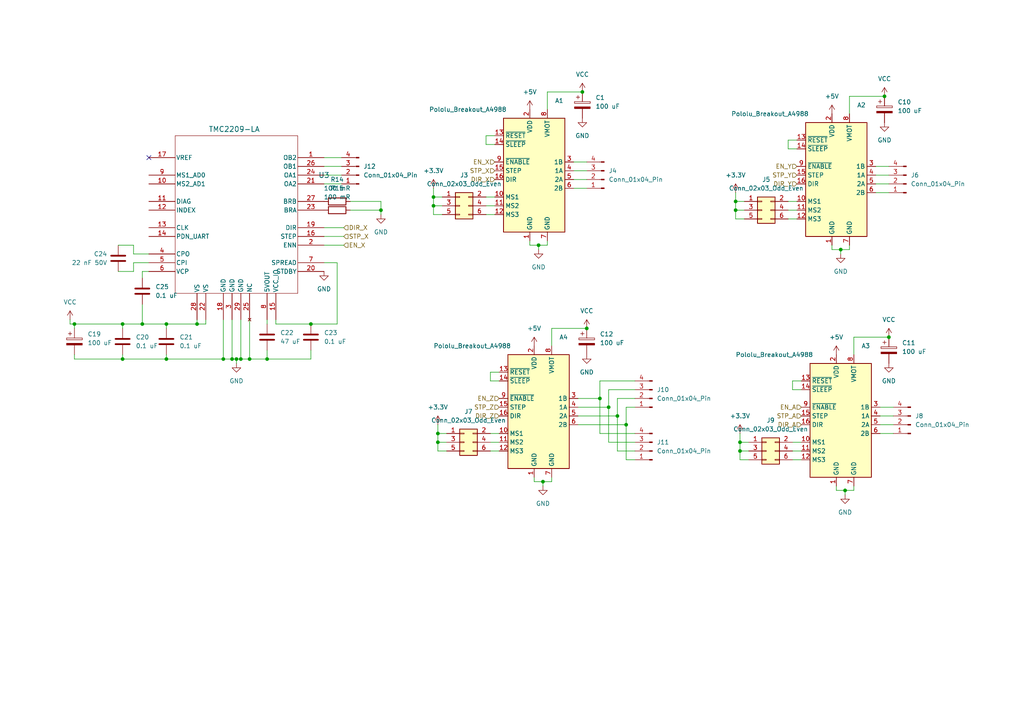
<source format=kicad_sch>
(kicad_sch (version 20230121) (generator eeschema)
  (paper "A4")
  (lib_symbols
    (symbol "Connector:Conn_01x04_Pin" (pin_names (offset 1.016) hide)
      (property "Reference" "J" (at 0 5.08 0))
      (property "Value" "Conn_01x04_Pin" (at 0 -7.62 0))
      (symbol "Conn_01x04_Pin_1_1"
        (polyline (pts (xy 1.27 -5.08) (xy 0.8636 -5.08)) (stroke (width 0.1524)))
        (polyline (pts (xy 1.27 -2.54) (xy 0.8636 -2.54)) (stroke (width 0.1524)))
        (polyline (pts (xy 1.27 0) (xy 0.8636 0)) (stroke (width 0.1524)))
        (polyline (pts (xy 1.27 2.54) (xy 0.8636 2.54)) (stroke (width 0.1524)))
        (rectangle (start 0.8636 -4.953) (end 0 -5.207) (stroke (width 0.1524)) (fill (type outline)))
        (rectangle (start 0.8636 -2.413) (end 0 -2.667) (stroke (width 0.1524)) (fill (type outline)))
        (rectangle (start 0.8636 0.127) (end 0 -0.127) (stroke (width 0.1524)) (fill (type outline)))
        (rectangle (start 0.8636 2.667) (end 0 2.413) (stroke (width 0.1524)) (fill (type outline)))
        (pin passive line (at 5.08 2.54 180) (length 3.81) (name "Pin_1") (number "1"))
        (pin passive line (at 5.08 0 180) (length 3.81) (name "Pin_2") (number "2"))
        (pin passive line (at 5.08 -2.54 180) (length 3.81) (name "Pin_3") (number "3"))
        (pin passive line (at 5.08 -5.08 180) (length 3.81) (name "Pin_4") (number "4"))
      )
    )
    (symbol "Connector_Generic:Conn_02x03_Odd_Even" (pin_names (offset 1.016) hide)
      (property "Reference" "J" (at 1.27 5.08 0))
      (property "Value" "Conn_02x03_Odd_Even" (at 1.27 -5.08 0))
      (symbol "Conn_02x03_Odd_Even_1_1"
        (rectangle (start -1.27 -2.413) (end 0 -2.667) (stroke (width 0.1524)))
        (rectangle (start -1.27 0.127) (end 0 -0.127) (stroke (width 0.1524)))
        (rectangle (start -1.27 2.667) (end 0 2.413) (stroke (width 0.1524)))
        (rectangle (start -1.27 3.81) (end 3.81 -3.81) (stroke (width 0.254)) (fill (type background)))
        (rectangle (start 3.81 -2.413) (end 2.54 -2.667) (stroke (width 0.1524)))
        (rectangle (start 3.81 0.127) (end 2.54 -0.127) (stroke (width 0.1524)))
        (rectangle (start 3.81 2.667) (end 2.54 2.413) (stroke (width 0.1524)))
        (pin passive line (at -5.08 2.54 0) (length 3.81) (name "Pin_1") (number "1"))
        (pin passive line (at 7.62 2.54 180) (length 3.81) (name "Pin_2") (number "2"))
        (pin passive line (at -5.08 0 0) (length 3.81) (name "Pin_3") (number "3"))
        (pin passive line (at 7.62 0 180) (length 3.81) (name "Pin_4") (number "4"))
        (pin passive line (at -5.08 -2.54 0) (length 3.81) (name "Pin_5") (number "5"))
        (pin passive line (at 7.62 -2.54 180) (length 3.81) (name "Pin_6") (number "6"))
      )
    )
    (symbol "Device:C" (pin_numbers hide) (pin_names (offset 0.254))
      (property "Reference" "C" (at 0.635 2.54 0))
      (property "Value" "C" (at 0.635 -2.54 0))
      (symbol "C_0_1"
        (polyline (pts (xy -2.032 -0.762) (xy 2.032 -0.762)) (stroke (width 0.508)))
        (polyline (pts (xy -2.032 0.762) (xy 2.032 0.762)) (stroke (width 0.508)))
      )
      (symbol "C_1_1"
        (pin passive line (at 0 3.81 270) (length 2.794) (name "~") (number "1"))
        (pin passive line (at 0 -3.81 90) (length 2.794) (name "~") (number "2"))
      )
    )
    (symbol "Device:C_Polarized" (pin_numbers hide) (pin_names (offset 0.254))
      (property "Reference" "C" (at 0.635 2.54 0))
      (property "Value" "C_Polarized" (at 0.635 -2.54 0))
      (symbol "C_Polarized_0_1"
        (rectangle (start -2.286 0.508) (end 2.286 1.016))
        (polyline (pts (xy -1.778 2.286) (xy -0.762 2.286)))
        (polyline (pts (xy -1.27 2.794) (xy -1.27 1.778)))
        (rectangle (start 2.286 -0.508) (end -2.286 -1.016) (fill (type outline)))
      )
      (symbol "C_Polarized_1_1"
        (pin passive line (at 0 3.81 270) (length 2.794) (name "~") (number "1"))
        (pin passive line (at 0 -3.81 90) (length 2.794) (name "~") (number "2"))
      )
    )
    (symbol "Device:R" (pin_numbers hide) (pin_names (offset 0))
      (property "Reference" "R" (at 2.032 0 90))
      (property "Value" "R" (at 0 0 90))
      (symbol "R_0_1"
        (rectangle (start -1.016 -2.54) (end 1.016 2.54) (stroke (width 0.254)))
      )
      (symbol "R_1_1"
        (pin passive line (at 0 3.81 270) (length 1.27) (name "~") (number "1"))
        (pin passive line (at 0 -3.81 90) (length 1.27) (name "~") (number "2"))
      )
    )
    (symbol "Driver_Motor:Pololu_Breakout_A4988"
      (property "Reference" "A" (at -2.54 19.05 0))
      (property "Value" "Pololu_Breakout_A4988" (at -2.54 16.51 0))
      (symbol "Pololu_Breakout_A4988_0_1"
        (rectangle (start 10.16 -17.78) (end -7.62 15.24) (stroke (width 0.254)) (fill (type background)))
      )
      (symbol "Pololu_Breakout_A4988_1_1"
        (pin power_in line (at 0 -20.32 90) (length 2.54) (name "GND") (number "1"))
        (pin input line (at -10.16 -7.62 0) (length 2.54) (name "MS1") (number "10"))
        (pin input line (at -10.16 -10.16 0) (length 2.54) (name "MS2") (number "11"))
        (pin input line (at -10.16 -12.7 0) (length 2.54) (name "MS3") (number "12"))
        (pin input line (at -10.16 10.16 0) (length 2.54) (name "~{RESET}") (number "13"))
        (pin input line (at -10.16 7.62 0) (length 2.54) (name "~{SLEEP}") (number "14"))
        (pin input line (at -10.16 0 0) (length 2.54) (name "STEP") (number "15"))
        (pin input line (at -10.16 -2.54 0) (length 2.54) (name "DIR") (number "16"))
        (pin power_in line (at 0 17.78 270) (length 2.54) (name "VDD") (number "2"))
        (pin output line (at 12.7 2.54 180) (length 2.54) (name "1B") (number "3"))
        (pin output line (at 12.7 0 180) (length 2.54) (name "1A") (number "4"))
        (pin output line (at 12.7 -2.54 180) (length 2.54) (name "2A") (number "5"))
        (pin output line (at 12.7 -5.08 180) (length 2.54) (name "2B") (number "6"))
        (pin power_in line (at 5.08 -20.32 90) (length 2.54) (name "GND") (number "7"))
        (pin power_in line (at 5.08 17.78 270) (length 2.54) (name "VMOT") (number "8"))
        (pin input line (at -10.16 2.54 0) (length 2.54) (name "~{ENABLE}") (number "9"))
      )
    )
    (symbol "power:+3.3V" (power) (pin_names (offset 0))
      (property "Value" "+3.3V" (at 0 3.556 0))
      (symbol "+3.3V_0_1"
        (polyline (pts (xy -0.762 1.27) (xy 0 2.54)))
        (polyline (pts (xy 0 0) (xy 0 2.54)))
        (polyline (pts (xy 0 2.54) (xy 0.762 1.27)))
      )
      (symbol "+3.3V_1_1"
        (pin power_in line (at 0 0 90) (length 0) hide (name "+3.3V") (number "1"))
      )
    )
    (symbol "power:+5V" (power) (pin_names (offset 0))
      (property "Value" "+5V" (at 0 3.556 0))
      (symbol "+5V_0_1"
        (polyline (pts (xy -0.762 1.27) (xy 0 2.54)))
        (polyline (pts (xy 0 0) (xy 0 2.54)))
        (polyline (pts (xy 0 2.54) (xy 0.762 1.27)))
      )
      (symbol "+5V_1_1"
        (pin power_in line (at 0 0 90) (length 0) hide (name "+5V") (number "1"))
      )
    )
    (symbol "power:GND" (power) (pin_names (offset 0))
      (property "Value" "GND" (at 0 -3.81 0))
      (symbol "GND_0_1"
        (polyline (pts (xy 0 0) (xy 0 -1.27) (xy 1.27 -1.27) (xy 0 -2.54) (xy -1.27 -1.27) (xy 0 -1.27)))
      )
      (symbol "GND_1_1"
        (pin power_in line (at 0 0 270) (length 0) hide (name "GND") (number "1"))
      )
    )
    (symbol "power:VCC" (power) (pin_names (offset 0))
      (property "Value" "VCC" (at 0 3.81 0))
      (symbol "VCC_0_1"
        (polyline (pts (xy -0.762 1.27) (xy 0 2.54)))
        (polyline (pts (xy 0 0) (xy 0 2.54)))
        (polyline (pts (xy 0 2.54) (xy 0.762 1.27)))
      )
      (symbol "VCC_1_1"
        (pin power_in line (at 0 0 90) (length 0) hide (name "VCC") (number "1"))
      )
    )
    (symbol "rephat-symbols:TMC2209-LA" (pin_names (offset 0.254))
      (property "Reference" "U" (at 0 26.67 0))
      (property "Value" "TMC2209-LA" (at 0 24.13 0))
      (symbol "TMC2209-LA_0_1"
        (polyline (pts (xy -17.78 -24.13) (xy 17.78 -24.13)) (stroke (width 0.127)))
        (polyline (pts (xy -17.78 21.59) (xy -17.78 -24.13)) (stroke (width 0.127)))
        (polyline (pts (xy 17.78 -24.13) (xy 17.78 21.59)) (stroke (width 0.127)))
        (polyline (pts (xy 17.78 21.59) (xy -17.78 21.59)) (stroke (width 0.127)))
        (pin output line (at 25.4 15.24 180) (length 7.62) (name "OB2") (number "1"))
        (pin input line (at -25.4 7.62 0) (length 7.62) (name "MS2_AD1") (number "10"))
        (pin output line (at -25.4 2.54 0) (length 7.62) (name "DIAG") (number "11"))
        (pin output line (at -25.4 0 0) (length 7.62) (name "INDEX") (number "12"))
        (pin input line (at -25.4 -5.08 0) (length 7.62) (name "CLK") (number "13"))
        (pin bidirectional line (at -25.4 -7.62 0) (length 7.62) (name "PDN_UART") (number "14"))
        (pin power_in line (at 11.43 -31.75 90) (length 7.62) (name "VCC_IO") (number "15"))
        (pin input line (at 25.4 -7.62 180) (length 7.62) (name "STEP") (number "16"))
        (pin unspecified line (at -25.4 15.24 0) (length 7.62) (name "VREF") (number "17"))
        (pin input line (at -3.81 -31.75 90) (length 7.62) (name "GND") (number "18"))
        (pin input line (at 25.4 -5.08 180) (length 7.62) (name "DIR") (number "19"))
        (pin input line (at 25.4 -10.16 180) (length 7.62) (name "ENN") (number "2"))
        (pin power_in line (at 25.4 -17.78 180) (length 7.62) (name "STDBY") (number "20"))
        (pin output line (at 25.4 7.62 180) (length 7.62) (name "OA2") (number "21"))
        (pin power_in line (at -8.89 -31.75 90) (length 7.62) (name "VS") (number "22"))
        (pin unspecified line (at 25.4 0 180) (length 7.62) (name "BRA") (number "23"))
        (pin output line (at 25.4 10.16 180) (length 7.62) (name "OA1") (number "24"))
        (pin no_connect line (at 3.81 -31.75 90) (length 7.62) (name "NC") (number "25"))
        (pin output line (at 25.4 12.7 180) (length 7.62) (name "OB1") (number "26"))
        (pin unspecified line (at 25.4 2.54 180) (length 7.62) (name "BRB") (number "27"))
        (pin power_in line (at -11.43 -31.75 90) (length 7.62) (name "VS") (number "28"))
        (pin power_out line (at 1.27 -31.75 90) (length 7.62) (name "GND") (number "29"))
        (pin power_out line (at -1.27 -31.75 90) (length 7.62) (name "GND") (number "3"))
        (pin output line (at -25.4 -12.7 0) (length 7.62) (name "CPO") (number "4"))
        (pin input line (at -25.4 -15.24 0) (length 7.62) (name "CPI") (number "5"))
        (pin power_in line (at -25.4 -17.78 0) (length 7.62) (name "VCP") (number "6"))
        (pin input line (at 25.4 -15.24 180) (length 7.62) (name "SPREAD") (number "7"))
        (pin output line (at 8.89 -31.75 90) (length 7.62) (name "5VOUT") (number "8"))
        (pin input line (at -25.4 10.16 0) (length 7.62) (name "MS1_AD0") (number "9"))
      )
    )
  )
  (junction (at 64.77 104.14))
  (junction (at 69.85 104.14))
  (junction (at 213.36 60.96))
  (junction (at 77.47 104.14))
  (junction (at 243.84 72.39))
  (junction (at 35.56 104.14))
  (junction (at 57.15 93.98))
  (junction (at 48.26 93.98))
  (junction (at 72.39 104.14))
  (junction (at 176.53 118.11))
  (junction (at 156.21 71.12))
  (junction (at 90.17 93.98))
  (junction (at 68.58 104.14))
  (junction (at 214.63 130.81))
  (junction (at 41.275 93.98))
  (junction (at 245.11 142.24))
  (junction (at 125.73 57.15))
  (junction (at 213.36 58.42))
  (junction (at 257.81 97.79))
  (junction (at 21.59 93.98))
  (junction (at 157.48 139.7))
  (junction (at 67.31 104.14))
  (junction (at 125.73 59.69))
  (junction (at 35.56 93.98))
  (junction (at 48.26 104.14))
  (junction (at 110.49 60.96))
  (junction (at 168.91 26.67))
  (junction (at 181.61 123.19))
  (junction (at 256.54 27.94))
  (junction (at 170.18 95.25))
  (junction (at 127 125.73))
  (junction (at 127 128.27))
  (junction (at 173.99 115.57))
  (junction (at 179.07 120.65))
  (junction (at 214.63 128.27))
  (no_connect (at 43.18 45.72))
  (wire (pts (xy 166.37 54.61) (xy 170.18 54.61)))
  (wire (pts (xy 242.57 140.97) (xy 242.57 142.24)))
  (wire (pts (xy 99.695 66.04) (xy 93.98 66.04)))
  (wire (pts (xy 181.61 123.19) (xy 181.61 133.35)))
  (wire (pts (xy 43.18 76.2) (xy 38.735 76.2)))
  (wire (pts (xy 144.78 110.49) (xy 142.24 110.49)))
  (wire (pts (xy 99.695 68.58) (xy 93.98 68.58)))
  (wire (pts (xy 232.41 113.03) (xy 229.87 113.03)))
  (wire (pts (xy 179.07 120.65) (xy 179.07 130.81)))
  (wire (pts (xy 127 125.73) (xy 129.54 125.73)))
  (wire (pts (xy 228.6 63.5) (xy 231.14 63.5)))
  (wire (pts (xy 154.94 138.43) (xy 154.94 139.7)))
  (wire (pts (xy 254 50.8) (xy 257.81 50.8)))
  (wire (pts (xy 90.17 101.6) (xy 90.17 104.14)))
  (wire (pts (xy 140.97 59.69) (xy 143.51 59.69)))
  (wire (pts (xy 125.73 57.15) (xy 125.73 59.69)))
  (wire (pts (xy 246.38 72.39) (xy 243.84 72.39)))
  (wire (pts (xy 64.77 104.14) (xy 67.31 104.14)))
  (wire (pts (xy 125.73 54.61) (xy 125.73 57.15)))
  (wire (pts (xy 80.01 92.71) (xy 80.01 93.98)))
  (wire (pts (xy 158.75 71.12) (xy 156.21 71.12)))
  (wire (pts (xy 166.37 52.07) (xy 170.18 52.07)))
  (wire (pts (xy 127 130.81) (xy 129.54 130.81)))
  (wire (pts (xy 77.47 101.6) (xy 77.47 104.14)))
  (wire (pts (xy 179.07 115.57) (xy 179.07 120.65)))
  (wire (pts (xy 140.97 41.91) (xy 140.97 39.37)))
  (wire (pts (xy 20.32 93.98) (xy 21.59 93.98)))
  (wire (pts (xy 93.98 53.34) (xy 99.06 53.34)))
  (wire (pts (xy 142.24 130.81) (xy 144.78 130.81)))
  (wire (pts (xy 41.275 93.98) (xy 48.26 93.98)))
  (wire (pts (xy 93.98 45.72) (xy 99.06 45.72)))
  (wire (pts (xy 254 48.26) (xy 257.81 48.26)))
  (wire (pts (xy 173.99 125.73) (xy 184.15 125.73)))
  (wire (pts (xy 214.63 128.27) (xy 214.63 130.81)))
  (wire (pts (xy 173.99 110.49) (xy 173.99 115.57)))
  (wire (pts (xy 176.53 113.03) (xy 176.53 118.11)))
  (wire (pts (xy 153.67 71.12) (xy 156.21 71.12)))
  (wire (pts (xy 153.67 69.85) (xy 153.67 71.12)))
  (wire (pts (xy 214.63 133.35) (xy 217.17 133.35)))
  (wire (pts (xy 127 125.73) (xy 127 128.27)))
  (wire (pts (xy 246.38 33.02) (xy 246.38 27.94)))
  (wire (pts (xy 247.65 102.87) (xy 247.65 97.79)))
  (wire (pts (xy 157.48 139.7) (xy 157.48 140.97)))
  (wire (pts (xy 127 123.19) (xy 127 125.73)))
  (wire (pts (xy 228.6 43.18) (xy 228.6 40.64)))
  (wire (pts (xy 35.56 104.14) (xy 48.26 104.14)))
  (wire (pts (xy 99.695 71.12) (xy 93.98 71.12)))
  (wire (pts (xy 67.31 92.71) (xy 67.31 104.14)))
  (wire (pts (xy 181.61 133.35) (xy 184.15 133.35)))
  (wire (pts (xy 35.56 102.87) (xy 35.56 104.14)))
  (wire (pts (xy 21.59 93.98) (xy 21.59 95.25)))
  (wire (pts (xy 140.97 39.37) (xy 143.51 39.37)))
  (wire (pts (xy 214.63 130.81) (xy 217.17 130.81)))
  (wire (pts (xy 72.39 92.71) (xy 72.39 104.14)))
  (wire (pts (xy 247.65 142.24) (xy 245.11 142.24)))
  (wire (pts (xy 142.24 125.73) (xy 144.78 125.73)))
  (wire (pts (xy 176.53 113.03) (xy 184.15 113.03)))
  (wire (pts (xy 20.32 92.71) (xy 20.32 93.98)))
  (wire (pts (xy 142.24 110.49) (xy 142.24 107.95)))
  (wire (pts (xy 214.63 128.27) (xy 217.17 128.27)))
  (wire (pts (xy 154.94 139.7) (xy 157.48 139.7)))
  (wire (pts (xy 160.02 100.33) (xy 160.02 95.25)))
  (wire (pts (xy 214.63 125.73) (xy 214.63 128.27)))
  (wire (pts (xy 93.98 48.26) (xy 99.06 48.26)))
  (wire (pts (xy 254 53.34) (xy 257.81 53.34)))
  (wire (pts (xy 214.63 130.81) (xy 214.63 133.35)))
  (wire (pts (xy 101.6 60.96) (xy 110.49 60.96)))
  (wire (pts (xy 255.27 125.73) (xy 259.08 125.73)))
  (wire (pts (xy 21.59 93.98) (xy 35.56 93.98)))
  (wire (pts (xy 97.79 93.98) (xy 90.17 93.98)))
  (wire (pts (xy 77.47 104.14) (xy 90.17 104.14)))
  (wire (pts (xy 41.275 88.265) (xy 41.275 93.98)))
  (wire (pts (xy 176.53 118.11) (xy 176.53 128.27)))
  (wire (pts (xy 77.47 92.71) (xy 77.47 93.98)))
  (wire (pts (xy 255.27 123.19) (xy 259.08 123.19)))
  (wire (pts (xy 43.18 73.66) (xy 38.735 73.66)))
  (wire (pts (xy 41.275 78.74) (xy 41.275 80.645)))
  (wire (pts (xy 181.61 123.19) (xy 167.64 123.19)))
  (wire (pts (xy 125.73 59.69) (xy 125.73 62.23)))
  (wire (pts (xy 127 128.27) (xy 127 130.81)))
  (wire (pts (xy 110.49 58.42) (xy 110.49 60.96)))
  (wire (pts (xy 213.36 63.5) (xy 215.9 63.5)))
  (wire (pts (xy 229.87 130.81) (xy 232.41 130.81)))
  (wire (pts (xy 158.75 31.75) (xy 158.75 26.67)))
  (wire (pts (xy 229.87 113.03) (xy 229.87 110.49)))
  (wire (pts (xy 93.98 76.2) (xy 97.79 76.2)))
  (wire (pts (xy 179.07 130.81) (xy 184.15 130.81)))
  (wire (pts (xy 97.79 76.2) (xy 97.79 93.98)))
  (wire (pts (xy 213.36 60.96) (xy 213.36 63.5)))
  (wire (pts (xy 21.59 104.14) (xy 35.56 104.14)))
  (wire (pts (xy 57.15 92.71) (xy 57.15 93.98)))
  (wire (pts (xy 160.02 95.25) (xy 170.18 95.25)))
  (wire (pts (xy 246.38 27.94) (xy 256.54 27.94)))
  (wire (pts (xy 245.11 142.24) (xy 245.11 143.51)))
  (wire (pts (xy 140.97 57.15) (xy 143.51 57.15)))
  (wire (pts (xy 38.735 73.66) (xy 38.735 71.12)))
  (wire (pts (xy 231.14 43.18) (xy 228.6 43.18)))
  (wire (pts (xy 255.27 120.65) (xy 259.08 120.65)))
  (wire (pts (xy 173.99 115.57) (xy 173.99 125.73)))
  (wire (pts (xy 35.56 93.98) (xy 35.56 95.25)))
  (wire (pts (xy 69.85 104.14) (xy 68.58 104.14)))
  (wire (pts (xy 179.07 120.65) (xy 167.64 120.65)))
  (wire (pts (xy 181.61 118.11) (xy 181.61 123.19)))
  (wire (pts (xy 181.61 118.11) (xy 184.15 118.11)))
  (wire (pts (xy 213.36 60.96) (xy 215.9 60.96)))
  (wire (pts (xy 229.87 133.35) (xy 232.41 133.35)))
  (wire (pts (xy 48.26 104.14) (xy 64.77 104.14)))
  (wire (pts (xy 158.75 26.67) (xy 168.91 26.67)))
  (wire (pts (xy 125.73 57.15) (xy 128.27 57.15)))
  (wire (pts (xy 35.56 93.98) (xy 41.275 93.98)))
  (wire (pts (xy 156.21 71.12) (xy 156.21 72.39)))
  (wire (pts (xy 142.24 128.27) (xy 144.78 128.27)))
  (wire (pts (xy 43.18 78.74) (xy 41.275 78.74)))
  (wire (pts (xy 241.3 71.12) (xy 241.3 72.39)))
  (wire (pts (xy 242.57 142.24) (xy 245.11 142.24)))
  (wire (pts (xy 48.26 93.98) (xy 57.15 93.98)))
  (wire (pts (xy 34.29 78.74) (xy 38.735 78.74)))
  (wire (pts (xy 34.29 71.12) (xy 38.735 71.12)))
  (wire (pts (xy 125.73 59.69) (xy 128.27 59.69)))
  (wire (pts (xy 247.65 140.97) (xy 247.65 142.24)))
  (wire (pts (xy 166.37 46.99) (xy 170.18 46.99)))
  (wire (pts (xy 72.39 104.14) (xy 77.47 104.14)))
  (wire (pts (xy 243.84 72.39) (xy 243.84 73.66)))
  (wire (pts (xy 125.73 62.23) (xy 128.27 62.23)))
  (wire (pts (xy 21.59 102.87) (xy 21.59 104.14)))
  (wire (pts (xy 160.02 138.43) (xy 160.02 139.7)))
  (wire (pts (xy 72.39 104.14) (xy 69.85 104.14)))
  (wire (pts (xy 158.75 69.85) (xy 158.75 71.12)))
  (wire (pts (xy 38.735 76.2) (xy 38.735 78.74)))
  (wire (pts (xy 173.99 115.57) (xy 167.64 115.57)))
  (wire (pts (xy 64.77 92.71) (xy 64.77 104.14)))
  (wire (pts (xy 213.36 55.88) (xy 213.36 58.42)))
  (wire (pts (xy 67.31 104.14) (xy 68.58 104.14)))
  (wire (pts (xy 160.02 139.7) (xy 157.48 139.7)))
  (wire (pts (xy 229.87 128.27) (xy 232.41 128.27)))
  (wire (pts (xy 69.85 92.71) (xy 69.85 104.14)))
  (wire (pts (xy 48.26 93.98) (xy 48.26 95.25)))
  (wire (pts (xy 80.01 93.98) (xy 90.17 93.98)))
  (wire (pts (xy 59.69 93.98) (xy 59.69 92.71)))
  (wire (pts (xy 173.99 110.49) (xy 184.15 110.49)))
  (wire (pts (xy 255.27 118.11) (xy 259.08 118.11)))
  (wire (pts (xy 143.51 41.91) (xy 140.97 41.91)))
  (wire (pts (xy 228.6 58.42) (xy 231.14 58.42)))
  (wire (pts (xy 93.98 50.8) (xy 99.06 50.8)))
  (wire (pts (xy 247.65 97.79) (xy 257.81 97.79)))
  (wire (pts (xy 228.6 60.96) (xy 231.14 60.96)))
  (wire (pts (xy 127 128.27) (xy 129.54 128.27)))
  (wire (pts (xy 110.49 60.96) (xy 110.49 62.23)))
  (wire (pts (xy 68.58 104.14) (xy 68.58 105.41)))
  (wire (pts (xy 101.6 58.42) (xy 110.49 58.42)))
  (wire (pts (xy 254 55.88) (xy 257.81 55.88)))
  (wire (pts (xy 229.87 110.49) (xy 232.41 110.49)))
  (wire (pts (xy 176.53 128.27) (xy 184.15 128.27)))
  (wire (pts (xy 228.6 40.64) (xy 231.14 40.64)))
  (wire (pts (xy 176.53 118.11) (xy 167.64 118.11)))
  (wire (pts (xy 166.37 49.53) (xy 170.18 49.53)))
  (wire (pts (xy 179.07 115.57) (xy 184.15 115.57)))
  (wire (pts (xy 142.24 107.95) (xy 144.78 107.95)))
  (wire (pts (xy 48.26 104.14) (xy 48.26 102.87)))
  (wire (pts (xy 140.97 62.23) (xy 143.51 62.23)))
  (wire (pts (xy 57.15 93.98) (xy 59.69 93.98)))
  (wire (pts (xy 213.36 58.42) (xy 215.9 58.42)))
  (wire (pts (xy 241.3 72.39) (xy 243.84 72.39)))
  (wire (pts (xy 213.36 58.42) (xy 213.36 60.96)))
  (wire (pts (xy 246.38 71.12) (xy 246.38 72.39)))
  (hierarchical_label "DIR_A" (shape input) (at 232.41 123.19 180))
  (hierarchical_label "STP_X" (shape input) (at 143.51 49.53 180))
  (hierarchical_label "DIR_X" (shape input) (at 143.51 52.07 180))
  (hierarchical_label "DIR_Y" (shape input) (at 231.14 53.34 180))
  (hierarchical_label "EN_Z" (shape input) (at 144.78 115.57 180))
  (hierarchical_label "DIR_Z" (shape input) (at 144.78 120.65 180))
  (hierarchical_label "DIR_X" (shape input) (at 99.695 66.04 0))
  (hierarchical_label "EN_A" (shape input) (at 232.41 118.11 180))
  (hierarchical_label "STP_Z" (shape input) (at 144.78 118.11 180))
  (hierarchical_label "STP_A" (shape input) (at 232.41 120.65 180))
  (hierarchical_label "STP_X" (shape input) (at 99.695 68.58 0))
  (hierarchical_label "EN_X" (shape input) (at 99.695 71.12 0))
  (hierarchical_label "EN_X" (shape input) (at 143.51 46.99 180))
  (hierarchical_label "EN_Y" (shape input) (at 231.14 48.26 180))
  (hierarchical_label "STP_Y" (shape input) (at 231.14 50.8 180))
  (symbol (lib_id "power:GND") (at 170.18 102.87 0) (unit 1)
    (property "Reference" "#PWR033" (effects hide))
    (property "Value" "GND" (at 170.18 107.95 0))
  )
  (symbol (lib_id "Device:C_Polarized") (at 21.59 99.06 0) (unit 1)
    (property "Reference" "C19" (at 25.4 96.901 0) (effects (justify left)))
    (property "Value" "100 uF" (at 25.4 99.441 0) (effects (justify left)))
    (property "Footprint" "Capacitor_THT:C_Disc_D3.0mm_W1.6mm_P2.50mm" (effects hide))
  )
  (symbol (lib_id "power:+5V") (at 242.57 102.87 0) (unit 1)
    (property "Reference" "#PWR025" (effects hide))
    (property "Value" "+5V" (at 242.57 97.79 0))
  )
  (symbol (lib_id "Connector:Conn_01x04_Pin") (at 189.23 115.57 180) (unit 1)
    (property "Reference" "J10" (at 190.5 113.03 0) (effects (justify right)))
    (property "Value" "Conn_01x04_Pin" (at 190.5 115.57 0) (effects (justify right)))
    (property "Footprint" "Connector_JST:JST_XH_B4B-XH-A_1x04_P2.50mm_Vertical" (effects hide))
  )
  (symbol (lib_id "Device:C") (at 77.47 97.79 0) (unit 1)
    (property "Reference" "C22" (at 81.28 96.52 0) (effects (justify left)))
    (property "Value" "47 uF" (at 81.28 99.06 0) (effects (justify left)))
    (property "Footprint" "Capacitor_SMD:C_1206_3216Metric" (effects hide))
  )
  (symbol (lib_id "Device:C") (at 35.56 99.06 0) (unit 1)
    (property "Reference" "C20" (at 39.37 97.79 0) (effects (justify left)))
    (property "Value" "0.1 uF" (at 39.37 100.33 0) (effects (justify left)))
    (property "Footprint" "Capacitor_SMD:C_0603_1608Metric" (effects hide))
  )
  (symbol (lib_id "power:GND") (at 256.54 35.56 0) (unit 1)
    (property "Reference" "#PWR023" (effects hide))
    (property "Value" "GND" (at 256.54 40.64 0))
  )
  (symbol (lib_id "Device:C_Polarized") (at 168.91 30.48 0) (unit 1)
    (property "Reference" "C1" (at 172.72 28.321 0) (effects (justify left)))
    (property "Value" "100 uF" (at 172.72 30.861 0) (effects (justify left)))
    (property "Footprint" "Capacitor_THT:C_Disc_D3.0mm_W1.6mm_P2.50mm" (effects hide))
  )
  (symbol (lib_id "Connector_Generic:Conn_02x03_Odd_Even") (at 133.35 59.69 0) (unit 1)
    (property "Reference" "J3" (at 134.62 50.8 0))
    (property "Value" "Conn_02x03_Odd_Even" (at 134.62 53.34 0))
    (property "Footprint" "Connector_PinHeader_2.54mm:PinHeader_2x03_P2.54mm_Vertical" (effects hide))
  )
  (symbol (lib_id "Device:C_Polarized") (at 256.54 31.75 0) (unit 1)
    (property "Reference" "C10" (at 260.35 29.591 0) (effects (justify left)))
    (property "Value" "100 uF" (at 260.35 32.131 0) (effects (justify left)))
    (property "Footprint" "Capacitor_THT:C_Disc_D3.0mm_W1.6mm_P2.50mm" (effects hide))
  )
  (symbol (lib_id "Connector:Conn_01x04_Pin") (at 175.26 52.07 180) (unit 1)
    (property "Reference" "J4" (at 176.53 49.53 0) (effects (justify right)))
    (property "Value" "Conn_01x04_Pin" (at 176.53 52.07 0) (effects (justify right)))
    (property "Footprint" "Connector_JST:JST_XH_B4B-XH-A_1x04_P2.50mm_Vertical" (effects hide))
  )
  (symbol (lib_id "Device:R") (at 97.79 60.96 90) (unit 1)
    (property "Reference" "R15" (at 97.79 54.61 90))
    (property "Value" "100 mR" (at 97.79 57.15 90))
    (property "Footprint" "Resistor_SMD:R_0603_1608Metric" (effects hide))
  )
  (symbol (lib_id "Connector_Generic:Conn_02x03_Odd_Even") (at 222.25 130.81 0) (unit 1)
    (property "Reference" "J9" (at 223.52 121.92 0))
    (property "Value" "Conn_02x03_Odd_Even" (at 223.52 124.46 0))
    (property "Footprint" "Connector_PinHeader_2.54mm:PinHeader_2x03_P2.54mm_Vertical" (effects hide))
  )
  (symbol (lib_id "Connector:Conn_01x04_Pin") (at 189.23 130.81 180) (unit 1)
    (property "Reference" "J11" (at 190.5 128.27 0) (effects (justify right)))
    (property "Value" "Conn_01x04_Pin" (at 190.5 130.81 0) (effects (justify right)))
    (property "Footprint" "Connector_JST:JST_XH_B4B-XH-A_1x04_P2.50mm_Vertical" (effects hide))
  )
  (symbol (lib_id "Driver_Motor:Pololu_Breakout_A4988") (at 242.57 120.65 0) (unit 1)
    (property "Reference" "A3" (at 249.8441 100.33 0) (effects (justify left)))
    (property "Value" "Pololu_Breakout_A4988" (at 213.36 102.87 0) (effects (justify left)))
    (property "Footprint" "Module:Pololu_Breakout-16_15.2x20.3mm" (effects hide))
    (property "Datasheet" "https://www.pololu.com/product/2980/pictures" (effects hide))
  )
  (symbol (lib_id "rephat-symbols:TMC2209-LA") (at 68.58 60.96 0) (unit 1)
    (property "Reference" "U3" (at 93.98 50.8 0) (effects (font (size 1.524 1.524))))
    (property "Value" "TMC2209-LA" (at 67.945 37.465 0) (effects (font (size 1.524 1.524))))
    (property "Footprint" "QFN28_5X5_TRI" (effects hide))
    (property "Datasheet" "TMC2209-LA" (effects hide))
  )
  (symbol (lib_id "Connector_Generic:Conn_02x03_Odd_Even") (at 134.62 128.27 0) (unit 1)
    (property "Reference" "J7" (at 135.89 119.38 0))
    (property "Value" "Conn_02x03_Odd_Even" (at 135.89 121.92 0))
    (property "Footprint" "Connector_PinHeader_2.54mm:PinHeader_2x03_P2.54mm_Vertical" (effects hide))
  )
  (symbol (lib_id "power:GND") (at 156.21 72.39 0) (unit 1)
    (property "Reference" "#PWR016" (effects hide))
    (property "Value" "GND" (at 156.21 77.47 0))
  )
  (symbol (lib_id "power:+3.3V") (at 127 123.19 0) (unit 1)
    (property "Reference" "#PWR029" (effects hide))
    (property "Value" "+3.3V" (at 127 118.11 0))
  )
  (symbol (lib_id "Device:R") (at 97.79 58.42 90) (unit 1)
    (property "Reference" "R14" (at 97.79 52.07 90))
    (property "Value" "100 mR" (at 97.79 54.61 90))
    (property "Footprint" "Resistor_SMD:R_0603_1608Metric" (effects hide))
  )
  (symbol (lib_id "Device:C") (at 34.29 74.93 0) (mirror x) (unit 1)
    (property "Reference" "C24" (at 31.115 73.66 0) (effects (justify right)))
    (property "Value" "22 nF 50V" (at 31.115 76.2 0) (effects (justify right)))
    (property "Footprint" "Capacitor_SMD:C_0603_1608Metric" (effects hide))
  )
  (symbol (lib_id "power:GND") (at 93.98 78.74 0) (unit 1)
    (property "Reference" "#PWR060" (effects hide))
    (property "Value" "GND" (at 93.98 83.82 0))
  )
  (symbol (lib_id "Connector:Conn_01x04_Pin") (at 104.14 50.8 180) (unit 1)
    (property "Reference" "J12" (at 105.41 48.26 0) (effects (justify right)))
    (property "Value" "Conn_01x04_Pin" (at 105.41 50.8 0) (effects (justify right)))
    (property "Footprint" "Connector_JST:JST_XH_B4B-XH-A_1x04_P2.50mm_Vertical" (effects hide))
  )
  (symbol (lib_id "power:GND") (at 110.49 62.23 0) (unit 1)
    (property "Reference" "#PWR058" (effects hide))
    (property "Value" "GND" (at 110.49 67.31 0))
  )
  (symbol (lib_id "Driver_Motor:Pololu_Breakout_A4988") (at 153.67 49.53 0) (unit 1)
    (property "Reference" "A1" (at 160.9441 29.21 0) (effects (justify left)))
    (property "Value" "Pololu_Breakout_A4988" (at 124.46 31.75 0) (effects (justify left)))
    (property "Footprint" "Module:Pololu_Breakout-16_15.2x20.3mm" (effects hide))
    (property "Datasheet" "https://www.pololu.com/product/2980/pictures" (effects hide))
  )
  (symbol (lib_id "Connector:Conn_01x04_Pin") (at 262.89 53.34 180) (unit 1)
    (property "Reference" "J6" (at 264.16 50.8 0) (effects (justify right)))
    (property "Value" "Conn_01x04_Pin" (at 264.16 53.34 0) (effects (justify right)))
    (property "Footprint" "Connector_JST:JST_XH_B4B-XH-A_1x04_P2.50mm_Vertical" (effects hide))
  )
  (symbol (lib_id "power:VCC") (at 257.81 97.79 0) (unit 1)
    (property "Reference" "#PWR027" (effects hide))
    (property "Value" "VCC" (at 257.81 92.71 0))
  )
  (symbol (lib_id "power:GND") (at 257.81 105.41 0) (unit 1)
    (property "Reference" "#PWR028" (effects hide))
    (property "Value" "GND" (at 257.81 110.49 0))
  )
  (symbol (lib_id "Driver_Motor:Pololu_Breakout_A4988") (at 241.3 50.8 0) (unit 1)
    (property "Reference" "A2" (at 248.5741 30.48 0) (effects (justify left)))
    (property "Value" "Pololu_Breakout_A4988" (at 212.09 33.02 0) (effects (justify left)))
    (property "Footprint" "Module:Pololu_Breakout-16_15.2x20.3mm" (effects hide))
    (property "Datasheet" "https://www.pololu.com/product/2980/pictures" (effects hide))
  )
  (symbol (lib_id "power:+5V") (at 154.94 100.33 0) (unit 1)
    (property "Reference" "#PWR030" (effects hide))
    (property "Value" "+5V" (at 154.94 95.25 0))
  )
  (symbol (lib_id "power:VCC") (at 170.18 95.25 0) (unit 1)
    (property "Reference" "#PWR032" (effects hide))
    (property "Value" "VCC" (at 170.18 90.17 0))
  )
  (symbol (lib_id "power:+3.3V") (at 125.73 54.61 0) (unit 1)
    (property "Reference" "#PWR014" (effects hide))
    (property "Value" "+3.3V" (at 125.73 49.53 0))
  )
  (symbol (lib_id "Connector_Generic:Conn_02x03_Odd_Even") (at 220.98 60.96 0) (unit 1)
    (property "Reference" "J5" (at 222.25 52.07 0))
    (property "Value" "Conn_02x03_Odd_Even" (at 222.25 54.61 0))
    (property "Footprint" "Connector_PinHeader_2.54mm:PinHeader_2x03_P2.54mm_Vertical" (effects hide))
  )
  (symbol (lib_id "power:GND") (at 157.48 140.97 0) (unit 1)
    (property "Reference" "#PWR031" (effects hide))
    (property "Value" "GND" (at 157.48 146.05 0))
  )
  (symbol (lib_id "power:VCC") (at 168.91 26.67 0) (unit 1)
    (property "Reference" "#PWR017" (effects hide))
    (property "Value" "VCC" (at 168.91 21.59 0))
  )
  (symbol (lib_id "Device:C") (at 90.17 97.79 0) (unit 1)
    (property "Reference" "C23" (at 93.98 96.52 0) (effects (justify left)))
    (property "Value" "0.1 uF" (at 93.98 99.06 0) (effects (justify left)))
    (property "Footprint" "Capacitor_SMD:C_0603_1608Metric" (effects hide))
  )
  (symbol (lib_id "power:GND") (at 168.91 34.29 0) (unit 1)
    (property "Reference" "#PWR018" (effects hide))
    (property "Value" "GND" (at 168.91 39.37 0))
  )
  (symbol (lib_id "power:+3.3V") (at 214.63 125.73 0) (unit 1)
    (property "Reference" "#PWR024" (effects hide))
    (property "Value" "+3.3V" (at 214.63 120.65 0))
  )
  (symbol (lib_id "power:GND") (at 68.58 105.41 0) (unit 1)
    (property "Reference" "#PWR057" (effects hide))
    (property "Value" "GND" (at 68.58 110.49 0))
  )
  (symbol (lib_id "power:+3.3V") (at 213.36 55.88 0) (unit 1)
    (property "Reference" "#PWR019" (effects hide))
    (property "Value" "+3.3V" (at 213.36 50.8 0))
  )
  (symbol (lib_id "Device:C_Polarized") (at 257.81 101.6 0) (unit 1)
    (property "Reference" "C11" (at 261.62 99.441 0) (effects (justify left)))
    (property "Value" "100 uF" (at 261.62 101.981 0) (effects (justify left)))
    (property "Footprint" "Capacitor_THT:C_Disc_D3.0mm_W1.6mm_P2.50mm" (effects hide))
  )
  (symbol (lib_id "Device:C") (at 48.26 99.06 0) (unit 1)
    (property "Reference" "C21" (at 52.07 97.79 0) (effects (justify left)))
    (property "Value" "0.1 uF" (at 52.07 100.33 0) (effects (justify left)))
    (property "Footprint" "Capacitor_SMD:C_0603_1608Metric" (effects hide))
  )
  (symbol (lib_id "Device:C_Polarized") (at 170.18 99.06 0) (unit 1)
    (property "Reference" "C12" (at 173.99 96.901 0) (effects (justify left)))
    (property "Value" "100 uF" (at 173.99 99.441 0) (effects (justify left)))
    (property "Footprint" "Capacitor_THT:C_Disc_D3.0mm_W1.6mm_P2.50mm" (effects hide))
  )
  (symbol (lib_id "Device:C") (at 41.275 84.455 180) (unit 1)
    (property "Reference" "C25" (at 45.085 83.185 0) (effects (justify right)))
    (property "Value" "0.1 uF" (at 45.085 85.725 0) (effects (justify right)))
    (property "Footprint" "Capacitor_SMD:C_0603_1608Metric" (effects hide))
  )
  (symbol (lib_id "power:+5V") (at 153.67 31.75 0) (unit 1)
    (property "Reference" "#PWR015" (effects hide))
    (property "Value" "+5V" (at 153.67 26.67 0))
  )
  (symbol (lib_id "power:VCC") (at 256.54 27.94 0) (unit 1)
    (property "Reference" "#PWR022" (effects hide))
    (property "Value" "VCC" (at 256.54 22.86 0))
  )
  (symbol (lib_id "Connector:Conn_01x04_Pin") (at 264.16 123.19 180) (unit 1)
    (property "Reference" "J8" (at 265.43 120.65 0) (effects (justify right)))
    (property "Value" "Conn_01x04_Pin" (at 265.43 123.19 0) (effects (justify right)))
    (property "Footprint" "Connector_JST:JST_XH_B4B-XH-A_1x04_P2.50mm_Vertical" (effects hide))
  )
  (symbol (lib_id "power:GND") (at 243.84 73.66 0) (unit 1)
    (property "Reference" "#PWR021" (effects hide))
    (property "Value" "GND" (at 243.84 78.74 0))
  )
  (symbol (lib_id "power:GND") (at 245.11 143.51 0) (unit 1)
    (property "Reference" "#PWR026" (effects hide))
    (property "Value" "GND" (at 245.11 148.59 0))
  )
  (symbol (lib_id "power:VCC") (at 20.32 92.71 0) (unit 1)
    (property "Reference" "#PWR059" (effects hide))
    (property "Value" "VCC" (at 20.32 87.63 0))
  )
  (symbol (lib_id "Driver_Motor:Pololu_Breakout_A4988") (at 154.94 118.11 0) (unit 1)
    (property "Reference" "A4" (at 162.2141 97.79 0) (effects (justify left)))
    (property "Value" "Pololu_Breakout_A4988" (at 125.73 100.33 0) (effects (justify left)))
    (property "Footprint" "Module:Pololu_Breakout-16_15.2x20.3mm" (effects hide))
    (property "Datasheet" "https://www.pololu.com/product/2980/pictures" (effects hide))
  )
  (symbol (lib_id "power:+5V") (at 241.3 33.02 0) (unit 1)
    (property "Reference" "#PWR020" (effects hide))
    (property "Value" "+5V" (at 241.3 27.94 0))
  )
)
</source>
